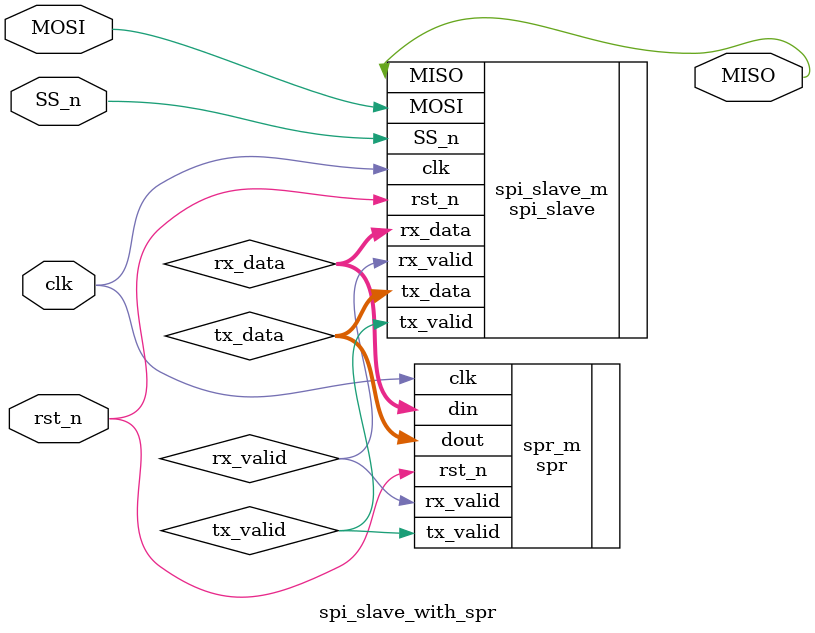
<source format=v>
module spi_slave_with_spr(clk, rst_n, SS_n, MOSI, MISO);
    input clk, rst_n, SS_n, MOSI;
    output MISO;
    
    wire [9:0] rx_data;
    wire [7:0] tx_data;
    wire rx_valid, tx_valid;

    spi_slave spi_slave_m(.clk(clk), .rst_n(rst_n), .SS_n(SS_n), .MOSI(MOSI), .MISO(MISO), .rx_data(rx_data), .rx_valid(rx_valid), .tx_data(tx_data), .tx_valid(tx_valid));
    spr spr_m(.clk(clk), .rst_n(rst_n), .din(rx_data), .rx_valid(rx_valid), .dout(tx_data), .tx_valid(tx_valid));
endmodule
</source>
